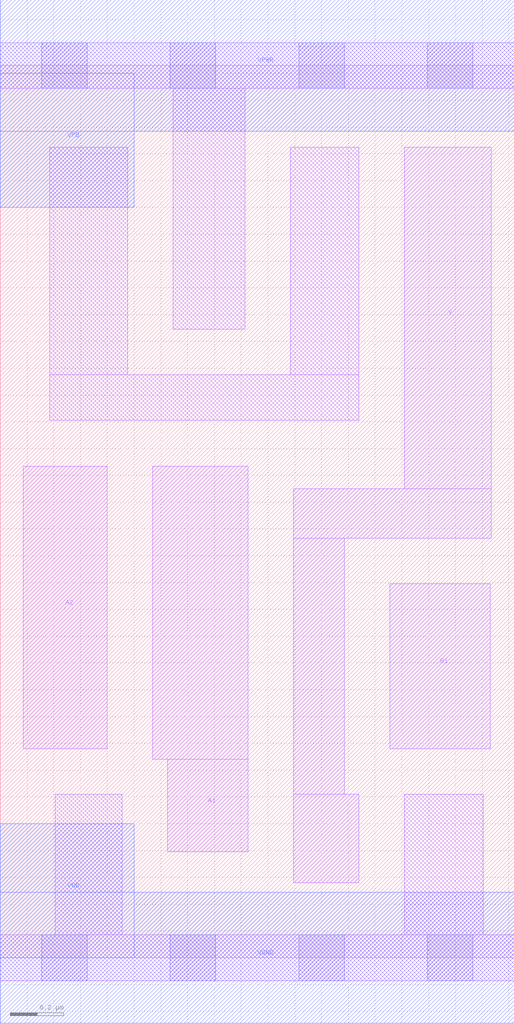
<source format=lef>
# Copyright 2020 The SkyWater PDK Authors
#
# Licensed under the Apache License, Version 2.0 (the "License");
# you may not use this file except in compliance with the License.
# You may obtain a copy of the License at
#
#     https://www.apache.org/licenses/LICENSE-2.0
#
# Unless required by applicable law or agreed to in writing, software
# distributed under the License is distributed on an "AS IS" BASIS,
# WITHOUT WARRANTIES OR CONDITIONS OF ANY KIND, either express or implied.
# See the License for the specific language governing permissions and
# limitations under the License.
#
# SPDX-License-Identifier: Apache-2.0

VERSION 5.5 ;
NAMESCASESENSITIVE ON ;
BUSBITCHARS "[]" ;
DIVIDERCHAR "/" ;
MACRO sky130_fd_sc_lp__a21oi_0
  CLASS CORE ;
  SOURCE USER ;
  ORIGIN  0.000000  0.000000 ;
  SIZE  1.920000 BY  3.330000 ;
  SYMMETRY X Y R90 ;
  SITE unit ;
  PIN A1
    ANTENNAGATEAREA  0.159000 ;
    DIRECTION INPUT ;
    USE SIGNAL ;
    PORT
      LAYER li1 ;
        RECT 0.570000 0.740000 0.925000 1.835000 ;
        RECT 0.625000 0.395000 0.925000 0.740000 ;
    END
  END A1
  PIN A2
    ANTENNAGATEAREA  0.159000 ;
    DIRECTION INPUT ;
    USE SIGNAL ;
    PORT
      LAYER li1 ;
        RECT 0.085000 0.780000 0.400000 1.835000 ;
    END
  END A2
  PIN B1
    ANTENNAGATEAREA  0.159000 ;
    DIRECTION INPUT ;
    USE SIGNAL ;
    PORT
      LAYER li1 ;
        RECT 1.455000 0.780000 1.830000 1.395000 ;
    END
  END B1
  PIN Y
    ANTENNADIFFAREA  0.287200 ;
    DIRECTION OUTPUT ;
    USE SIGNAL ;
    PORT
      LAYER li1 ;
        RECT 1.095000 0.280000 1.340000 0.610000 ;
        RECT 1.095000 0.610000 1.285000 1.565000 ;
        RECT 1.095000 1.565000 1.835000 1.750000 ;
        RECT 1.510000 1.750000 1.835000 3.025000 ;
    END
  END Y
  PIN VGND
    DIRECTION INOUT ;
    USE GROUND ;
    PORT
      LAYER met1 ;
        RECT 0.000000 -0.245000 1.920000 0.245000 ;
    END
  END VGND
  PIN VNB
    DIRECTION INOUT ;
    USE GROUND ;
    PORT
    END
  END VNB
  PIN VPB
    DIRECTION INOUT ;
    USE POWER ;
    PORT
    END
  END VPB
  PIN VNB
    DIRECTION INOUT ;
    USE GROUND ;
    PORT
      LAYER met1 ;
        RECT 0.000000 0.000000 0.500000 0.500000 ;
    END
  END VNB
  PIN VPB
    DIRECTION INOUT ;
    USE POWER ;
    PORT
      LAYER met1 ;
        RECT 0.000000 2.800000 0.500000 3.300000 ;
    END
  END VPB
  PIN VPWR
    DIRECTION INOUT ;
    USE POWER ;
    PORT
      LAYER met1 ;
        RECT 0.000000 3.085000 1.920000 3.575000 ;
    END
  END VPWR
  OBS
    LAYER li1 ;
      RECT 0.000000 -0.085000 1.920000 0.085000 ;
      RECT 0.000000  3.245000 1.920000 3.415000 ;
      RECT 0.185000  2.005000 1.340000 2.175000 ;
      RECT 0.185000  2.175000 0.475000 3.025000 ;
      RECT 0.205000  0.085000 0.455000 0.610000 ;
      RECT 0.645000  2.345000 0.915000 3.245000 ;
      RECT 1.085000  2.175000 1.340000 3.025000 ;
      RECT 1.510000  0.085000 1.805000 0.610000 ;
    LAYER mcon ;
      RECT 0.155000 -0.085000 0.325000 0.085000 ;
      RECT 0.155000  3.245000 0.325000 3.415000 ;
      RECT 0.635000 -0.085000 0.805000 0.085000 ;
      RECT 0.635000  3.245000 0.805000 3.415000 ;
      RECT 1.115000 -0.085000 1.285000 0.085000 ;
      RECT 1.115000  3.245000 1.285000 3.415000 ;
      RECT 1.595000 -0.085000 1.765000 0.085000 ;
      RECT 1.595000  3.245000 1.765000 3.415000 ;
  END
END sky130_fd_sc_lp__a21oi_0
END LIBRARY

</source>
